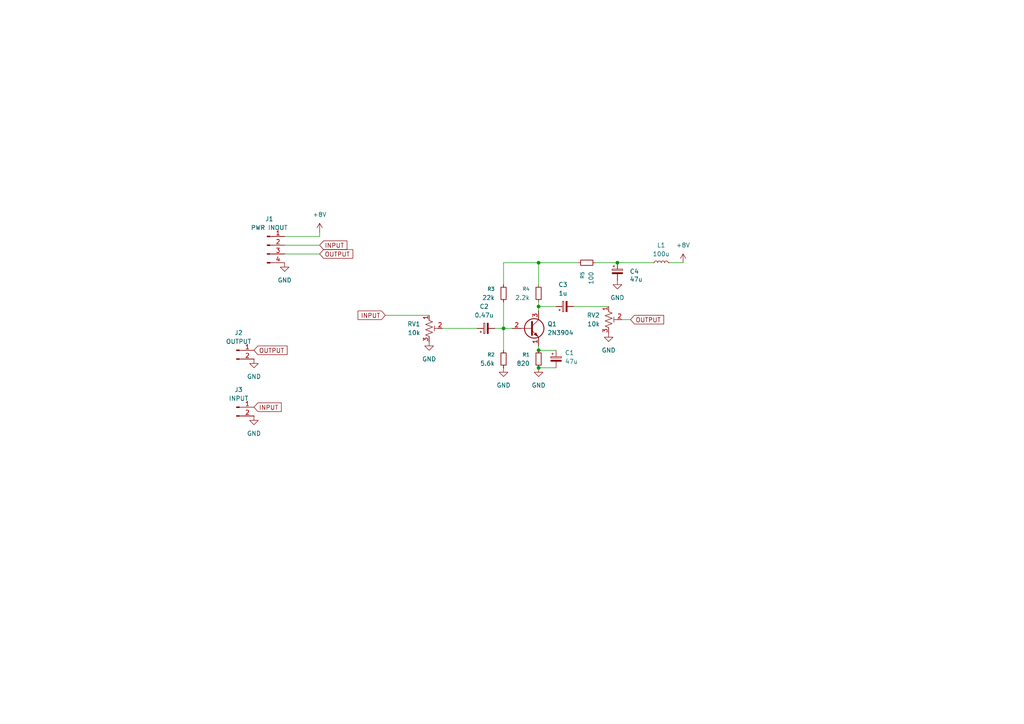
<source format=kicad_sch>
(kicad_sch (version 20250114) (generator "eeschema") (generator_version "9.0")
  (paper "A4")
  (lib_symbols
    (symbol "Connector:Conn_01x02_Pin" (pin_names (offset 1.016) (hide yes))
      (property "Reference" "J" (at 0 2.54 0))
      (property "Value" "Conn_01x02_Pin" (at 0 -5.08 0))
      (symbol "Conn_01x02_Pin_1_1"
        (rectangle (start 0.8636 0.127) (end 0 -0.127) (stroke (width 0.1524)) (fill (type outline)))
        (rectangle (start 0.8636 -2.413) (end 0 -2.667) (stroke (width 0.1524)) (fill (type outline)))
        (polyline (pts (xy 1.27 0) (xy 0.8636 0)) (stroke (width 0.1524)))
        (polyline (pts (xy 1.27 -2.54) (xy 0.8636 -2.54)) (stroke (width 0.1524)))
        (pin passive line (at 5.08 0 180) (length 3.81) (name "Pin_1") (number "1"))
        (pin passive line (at 5.08 -2.54 180) (length 3.81) (name "Pin_2") (number "2"))
      )
    )
    (symbol "Connector:Conn_01x04_Pin" (pin_names (offset 1.016) (hide yes))
      (property "Reference" "J" (at 0 5.08 0))
      (property "Value" "Conn_01x04_Pin" (at 0 -7.62 0))
      (symbol "Conn_01x04_Pin_1_1"
        (rectangle (start 0.8636 2.667) (end 0 2.413) (stroke (width 0.1524)) (fill (type outline)))
        (rectangle (start 0.8636 0.127) (end 0 -0.127) (stroke (width 0.1524)) (fill (type outline)))
        (rectangle (start 0.8636 -2.413) (end 0 -2.667) (stroke (width 0.1524)) (fill (type outline)))
        (rectangle (start 0.8636 -4.953) (end 0 -5.207) (stroke (width 0.1524)) (fill (type outline)))
        (polyline (pts (xy 1.27 2.54) (xy 0.8636 2.54)) (stroke (width 0.1524)))
        (polyline (pts (xy 1.27 0) (xy 0.8636 0)) (stroke (width 0.1524)))
        (polyline (pts (xy 1.27 -2.54) (xy 0.8636 -2.54)) (stroke (width 0.1524)))
        (polyline (pts (xy 1.27 -5.08) (xy 0.8636 -5.08)) (stroke (width 0.1524)))
        (pin passive line (at 5.08 2.54 180) (length 3.81) (name "Pin_1") (number "1"))
        (pin passive line (at 5.08 0 180) (length 3.81) (name "Pin_2") (number "2"))
        (pin passive line (at 5.08 -2.54 180) (length 3.81) (name "Pin_3") (number "3"))
        (pin passive line (at 5.08 -5.08 180) (length 3.81) (name "Pin_4") (number "4"))
      )
    )
    (symbol "Device:C_Polarized_Small" (pin_numbers (hide yes)) (pin_names (offset 0.254) (hide yes))
      (property "Reference" "C" (at 0.254 1.778 0))
      (property "Value" "C_Polarized_Small" (at 0.254 -2.032 0))
      (symbol "C_Polarized_Small_0_1"
        (rectangle (start -1.524 0.6858) (end 1.524 0.3048))
        (rectangle (start -1.524 -0.3048) (end 1.524 -0.6858) (fill (type outline)))
        (polyline (pts (xy -1.27 1.524) (xy -0.762 1.524)))
        (polyline (pts (xy -1.016 1.27) (xy -1.016 1.778)))
      )
      (symbol "C_Polarized_Small_1_1"
        (pin passive line (at 0 2.54 270) (length 1.8542) (name "~") (number "1"))
        (pin passive line (at 0 -2.54 90) (length 1.8542) (name "~") (number "2"))
      )
    )
    (symbol "Device:L_Small" (pin_numbers (hide yes)) (pin_names (offset 0.254) (hide yes))
      (property "Reference" "L" (at 0.762 1.016 0))
      (property "Value" "L_Small" (at 0.762 -1.016 0))
      (symbol "L_Small_0_1"
        (arc (start 0 2.032) (mid 0.5058 1.524) (end 0 1.016))
        (arc (start 0 1.016) (mid 0.5058 0.508) (end 0 0))
        (arc (start 0 0) (mid 0.5058 -0.508) (end 0 -1.016))
        (arc (start 0 -1.016) (mid 0.5058 -1.524) (end 0 -2.032))
      )
      (symbol "L_Small_1_1"
        (pin passive line (at 0 2.54 270) (length 0.508) (name "~") (number "1"))
        (pin passive line (at 0 -2.54 90) (length 0.508) (name "~") (number "2"))
      )
    )
    (symbol "Device:R_Potentiometer_Trim_US" (pin_names (offset 1.016) (hide yes))
      (property "Reference" "RV" (at -4.445 0 90))
      (property "Value" "R_Potentiometer_Trim_US" (at -2.54 0 90))
      (symbol "R_Potentiometer_Trim_US_0_1"
        (polyline (pts (xy 0 2.286) (xy 0 2.54)))
        (polyline (pts (xy 0 2.286) (xy 1.016 1.905) (xy 0 1.524) (xy -1.016 1.143) (xy 0 0.762)))
        (polyline (pts (xy 0 0.762) (xy 1.016 0.381) (xy 0 0) (xy -1.016 -0.381) (xy 0 -0.762)))
        (polyline (pts (xy 0 -0.762) (xy 1.016 -1.143) (xy 0 -1.524) (xy -1.016 -1.905) (xy 0 -2.286)))
        (polyline (pts (xy 0 -2.286) (xy 0 -2.54)))
        (polyline (pts (xy 1.524 0.762) (xy 1.524 -0.762)))
        (polyline (pts (xy 2.54 0) (xy 1.524 0)))
      )
      (symbol "R_Potentiometer_Trim_US_1_1"
        (pin passive line (at 0 3.81 270) (length 1.27) (name "1") (number "1"))
        (pin passive line (at 0 -3.81 90) (length 1.27) (name "3") (number "3"))
        (pin passive line (at 3.81 0 180) (length 1.27) (name "2") (number "2"))
      )
    )
    (symbol "Device:R_Small" (pin_numbers (hide yes)) (pin_names (offset 0.254) (hide yes))
      (property "Reference" "R" (at 0 0 90))
      (property "Value" "R_Small" (at 1.778 0 90))
      (symbol "R_Small_0_1"
        (rectangle (start -0.762 1.778) (end 0.762 -1.778) (stroke (width 0.2032)))
      )
      (symbol "R_Small_1_1"
        (pin passive line (at 0 2.54 270) (length 0.762) (name "~") (number "1"))
        (pin passive line (at 0 -2.54 90) (length 0.762) (name "~") (number "2"))
      )
    )
    (symbol "Transistor_BJT:2N3904" (pin_names (offset 0) (hide yes))
      (property "Reference" "Q" (at 5.08 1.905 0))
      (property "Value" "2N3904" (at 5.08 0 0))
      (symbol "2N3904_0_1"
        (polyline (pts (xy -2.54 0) (xy 0.635 0)))
        (polyline (pts (xy 0.635 1.905) (xy 0.635 -1.905)) (stroke (width 0.508)))
        (circle (center 1.27 0) (radius 2.8194) (stroke (width 0.254)))
      )
      (symbol "2N3904_1_1"
        (polyline (pts (xy 0.635 0.635) (xy 2.54 2.54)))
        (polyline (pts (xy 0.635 -0.635) (xy 2.54 -2.54)))
        (polyline (pts (xy 1.27 -1.778) (xy 1.778 -1.27) (xy 2.286 -2.286) (xy 1.27 -1.778)) (fill (type outline)))
        (pin input line (at -5.08 0 0) (length 2.54) (name "B") (number "2"))
        (pin passive line (at 2.54 5.08 270) (length 2.54) (name "C") (number "3"))
        (pin passive line (at 2.54 -5.08 90) (length 2.54) (name "E") (number "1"))
      )
    )
    (symbol "power:+8V" (power) (pin_numbers (hide yes)) (pin_names (offset 0) (hide yes))
      (property "Value" "+8V" (at 0 3.556 0))
      (symbol "+8V_0_1"
        (polyline (pts (xy -0.762 1.27) (xy 0 2.54)))
        (polyline (pts (xy 0 2.54) (xy 0.762 1.27)))
        (polyline (pts (xy 0 0) (xy 0 2.54)))
      )
      (symbol "+8V_1_1"
        (pin power_in line (at 0 0 90) (length 0) (name "~") (number "1"))
      )
    )
    (symbol "power:GND" (power) (pin_numbers (hide yes)) (pin_names (offset 0) (hide yes))
      (property "Value" "GND" (at 0 -3.81 0))
      (symbol "GND_0_1"
        (polyline (pts (xy 0 0) (xy 0 -1.27) (xy 1.27 -1.27) (xy 0 -2.54) (xy -1.27 -1.27) (xy 0 -1.27)))
      )
      (symbol "GND_1_1"
        (pin power_in line (at 0 0 270) (length 0) (name "~") (number "1"))
      )
    )
  )
  (junction (at 156.21 88.9))
  (junction (at 156.21 106.68))
  (junction (at 156.21 76.2))
  (junction (at 179.07 76.2))
  (junction (at 146.05 95.25))
  (junction (at 156.21 101.6))
  (wire (pts (xy 156.21 88.9) (xy 161.29 88.9)))
  (wire (pts (xy 146.05 82.55) (xy 146.05 76.2)))
  (wire (pts (xy 82.55 68.58) (xy 92.71 68.58)))
  (wire (pts (xy 194.31 76.2) (xy 198.12 76.2)))
  (wire (pts (xy 82.55 73.66) (xy 92.71 73.66)))
  (wire (pts (xy 92.71 67.31) (xy 92.71 68.58)))
  (wire (pts (xy 146.05 95.25) (xy 146.05 101.6)))
  (wire (pts (xy 156.21 76.2) (xy 156.21 82.55)))
  (wire (pts (xy 111.76 91.44) (xy 124.46 91.44)))
  (wire (pts (xy 156.21 106.68) (xy 161.29 106.68)))
  (wire (pts (xy 156.21 76.2) (xy 167.64 76.2)))
  (wire (pts (xy 156.21 87.63) (xy 156.21 88.9)))
  (wire (pts (xy 146.05 95.25) (xy 148.59 95.25)))
  (wire (pts (xy 82.55 71.12) (xy 92.71 71.12)))
  (wire (pts (xy 143.51 95.25) (xy 146.05 95.25)))
  (wire (pts (xy 156.21 101.6) (xy 161.29 101.6)))
  (wire (pts (xy 146.05 87.63) (xy 146.05 95.25)))
  (wire (pts (xy 156.21 88.9) (xy 156.21 90.17)))
  (wire (pts (xy 146.05 76.2) (xy 156.21 76.2)))
  (wire (pts (xy 156.21 100.33) (xy 156.21 101.6)))
  (wire (pts (xy 180.34 92.71) (xy 182.88 92.71)))
  (wire (pts (xy 128.27 95.25) (xy 138.43 95.25)))
  (wire (pts (xy 179.07 76.2) (xy 189.23 76.2)))
  (wire (pts (xy 166.37 88.9) (xy 176.53 88.9)))
  (wire (pts (xy 172.72 76.2) (xy 179.07 76.2)))
  (global_label "INPUT" (shape input) (at 92.71 71.12 0) (property "Intersheetrefs" "${INTERSHEET_REFS}" (effects (hide yes))))
  (global_label "OUTPUT" (shape input) (at 73.66 101.6 0) (property "Intersheetrefs" "${INTERSHEET_REFS}" (effects (hide yes))))
  (global_label "INPUT" (shape input) (at 111.76 91.44 180) (property "Intersheetrefs" "${INTERSHEET_REFS}" (effects (hide yes))))
  (global_label "INPUT" (shape input) (at 73.66 118.11 0) (property "Intersheetrefs" "${INTERSHEET_REFS}" (effects (hide yes))))
  (global_label "OUTPUT" (shape input) (at 92.71 73.66 0) (property "Intersheetrefs" "${INTERSHEET_REFS}" (effects (hide yes))))
  (global_label "OUTPUT" (shape input) (at 182.88 92.71 0) (property "Intersheetrefs" "${INTERSHEET_REFS}" (effects (hide yes))))
  (symbol (lib_id "Connector:Conn_01x04_Pin") (at 77.47 71.12 0) (unit 1)
    (property "Reference" "J1" (at 78.105 63.5 0))
    (property "Value" "PWR INOUT" (at 78.105 66.04 0))
    (property "Footprint" "Connector_PinHeader_2.54mm:PinHeader_1x04_P2.54mm_Vertical" (effects (hide yes)))
    (property "Description" "Generic connector, single row, 01x04, script generated" (effects (hide yes)))
  )
  (symbol (lib_id "Device:L_Small") (at 191.77 76.2 90) (unit 1)
    (property "Reference" "L1" (at 191.77 71.12 90))
    (property "Value" "100u" (at 191.77 73.66 90))
    (property "Footprint" "Inductor_THT:L_Axial_L5.3mm_D2.2mm_P7.62mm_Horizontal_Vishay_IM-1" (effects (hide yes)))
    (property "Description" "Inductor, small symbol" (effects (hide yes)))
  )
  (symbol (lib_id "power:GND") (at 179.07 81.28 0) (unit 1)
    (property "Reference" "#PWR02" (effects (hide yes)))
    (property "Value" "GND" (at 179.07 86.36 0))
    (property "Description" "Power symbol creates a global label with name \"GND\" , ground" (effects (hide yes)))
  )
  (symbol (lib_id "Device:R_Small") (at 146.05 104.14 0) (mirror y) (unit 1)
    (property "Reference" "R2" (at 143.51 102.8699 0) (effects (font (size 1.016 1.016)) (justify left)))
    (property "Value" "5.6k" (at 143.51 105.4099 0) (effects (justify left)))
    (property "Footprint" "Resistor_THT:R_Axial_DIN0204_L3.6mm_D1.6mm_P5.08mm_Horizontal" (effects (hide yes)))
    (property "Description" "Resistor, small symbol" (effects (hide yes)))
  )
  (symbol (lib_id "power:GND") (at 124.46 99.06 0) (unit 1)
    (property "Reference" "#PWR05" (effects (hide yes)))
    (property "Value" "GND" (at 124.46 104.14 0))
    (property "Description" "Power symbol creates a global label with name \"GND\" , ground" (effects (hide yes)))
  )
  (symbol (lib_id "power:GND") (at 156.21 106.68 0) (unit 1)
    (property "Reference" "#PWR08" (effects (hide yes)))
    (property "Value" "GND" (at 156.21 111.76 0))
    (property "Description" "Power symbol creates a global label with name \"GND\" , ground" (effects (hide yes)))
  )
  (symbol (lib_id "power:GND") (at 82.55 76.2 0) (unit 1)
    (property "Reference" "#PWR01" (effects (hide yes)))
    (property "Value" "GND" (at 82.55 81.28 0))
    (property "Description" "Power symbol creates a global label with name \"GND\" , ground" (effects (hide yes)))
  )
  (symbol (lib_id "power:GND") (at 73.66 120.65 0) (unit 1)
    (property "Reference" "#PWR04" (effects (hide yes)))
    (property "Value" "GND" (at 73.66 125.73 0))
    (property "Description" "Power symbol creates a global label with name \"GND\" , ground" (effects (hide yes)))
  )
  (symbol (lib_id "Device:R_Small") (at 156.21 85.09 0) (mirror y) (unit 1)
    (property "Reference" "R4" (at 153.67 83.8199 0) (effects (font (size 1.016 1.016)) (justify left)))
    (property "Value" "2.2k" (at 153.67 86.3599 0) (effects (justify left)))
    (property "Footprint" "Resistor_THT:R_Axial_DIN0204_L3.6mm_D1.6mm_P5.08mm_Horizontal" (effects (hide yes)))
    (property "Description" "Resistor, small symbol" (effects (hide yes)))
  )
  (symbol (lib_id "Transistor_BJT:2N3904") (at 153.67 95.25 0) (unit 1)
    (property "Reference" "Q1" (at 158.75 93.9799 0) (effects (justify left)))
    (property "Value" "2N3904" (at 158.75 96.5199 0) (effects (justify left)))
    (property "Footprint" "Package_TO_SOT_THT:TO-92_Inline" (effects (hide yes)))
    (property "Datasheet" "https://www.onsemi.com/pub/Collateral/2N3903-D.PDF" (effects (hide yes)))
    (property "Description" "0.2A Ic, 40V Vce, Small Signal NPN Transistor, TO-92" (effects (hide yes)))
  )
  (symbol (lib_id "Device:R_Small") (at 146.05 85.09 0) (mirror y) (unit 1)
    (property "Reference" "R3" (at 143.51 83.8199 0) (effects (font (size 1.016 1.016)) (justify left)))
    (property "Value" "22k" (at 143.51 86.3599 0) (effects (justify left)))
    (property "Footprint" "Resistor_THT:R_Axial_DIN0204_L3.6mm_D1.6mm_P5.08mm_Horizontal" (effects (hide yes)))
    (property "Description" "Resistor, small symbol" (effects (hide yes)))
  )
  (symbol (lib_id "power:+8V") (at 198.12 76.2 0) (unit 1)
    (property "Reference" "#PWR010" (effects (hide yes)))
    (property "Value" "+8V" (at 198.12 71.12 0))
    (property "Description" "Power symbol creates a global label with name \"+8V\"" (effects (hide yes)))
  )
  (symbol (lib_id "Device:C_Polarized_Small") (at 161.29 104.14 0) (unit 1)
    (property "Reference" "C1" (at 163.83 102.3238 0) (effects (justify left)))
    (property "Value" "47u" (at 163.83 104.8638 0) (effects (justify left)))
    (property "Footprint" "Capacitor_THT:CP_Radial_D6.3mm_P2.50mm" (effects (hide yes)))
    (property "Description" "Polarized capacitor, small symbol" (effects (hide yes)))
  )
  (symbol (lib_id "Device:R_Small") (at 156.21 104.14 0) (mirror y) (unit 1)
    (property "Reference" "R1" (at 153.67 102.8699 0) (effects (font (size 1.016 1.016)) (justify left)))
    (property "Value" "820" (at 153.67 105.4099 0) (effects (justify left)))
    (property "Footprint" "Resistor_THT:R_Axial_DIN0204_L3.6mm_D1.6mm_P5.08mm_Horizontal" (effects (hide yes)))
    (property "Description" "Resistor, small symbol" (effects (hide yes)))
  )
  (symbol (lib_id "power:GND") (at 146.05 106.68 0) (unit 1)
    (property "Reference" "#PWR07" (effects (hide yes)))
    (property "Value" "GND" (at 146.05 111.76 0))
    (property "Description" "Power symbol creates a global label with name \"GND\" , ground" (effects (hide yes)))
  )
  (symbol (lib_id "power:GND") (at 73.66 104.14 0) (unit 1)
    (property "Reference" "#PWR03" (effects (hide yes)))
    (property "Value" "GND" (at 73.66 109.22 0))
    (property "Description" "Power symbol creates a global label with name \"GND\" , ground" (effects (hide yes)))
  )
  (symbol (lib_id "power:+8V") (at 92.71 67.31 0) (unit 1)
    (property "Reference" "#PWR09" (effects (hide yes)))
    (property "Value" "+8V" (at 92.71 62.23 0))
    (property "Description" "Power symbol creates a global label with name \"+8V\"" (effects (hide yes)))
  )
  (symbol (lib_id "Device:C_Polarized_Small") (at 140.97 95.25 90) (unit 1)
    (property "Reference" "C2" (at 140.4239 88.9 90))
    (property "Value" "0.47u" (at 140.4239 91.44 90))
    (property "Footprint" "Capacitor_THT:CP_Radial_D6.3mm_P2.50mm" (effects (hide yes)))
    (property "Description" "Polarized capacitor, small symbol" (effects (hide yes)))
  )
  (symbol (lib_id "Device:R_Small") (at 170.18 76.2 90) (mirror x) (unit 1)
    (property "Reference" "R5" (at 168.9099 78.74 0) (effects (font (size 1.016 1.016)) (justify left)))
    (property "Value" "100" (at 171.4499 78.74 0) (effects (justify left)))
    (property "Footprint" "Resistor_THT:R_Axial_DIN0207_L6.3mm_D2.5mm_P7.62mm_Horizontal" (effects (hide yes)))
    (property "Description" "Resistor, small symbol" (effects (hide yes)))
  )
  (symbol (lib_id "Device:R_Potentiometer_Trim_US") (at 176.53 92.71 0) (unit 1)
    (property "Reference" "RV2" (at 173.99 91.4399 0) (effects (justify right)))
    (property "Value" "10k" (at 173.99 93.9799 0) (effects (justify right)))
    (property "Footprint" "Potentiometer_THT:Potentiometer_Piher_PT-10-V05_Vertical" (effects (hide yes)))
    (property "Description" "Trim-potentiometer, US symbol" (effects (hide yes)))
  )
  (symbol (lib_id "Connector:Conn_01x02_Pin") (at 68.58 101.6 0) (unit 1)
    (property "Reference" "J2" (at 69.215 96.52 0))
    (property "Value" "OUTPUT" (at 69.215 99.06 0))
    (property "Footprint" "Connector_PinHeader_2.54mm:PinHeader_1x02_P2.54mm_Vertical" (effects (hide yes)))
    (property "Description" "Generic connector, single row, 01x02, script generated" (effects (hide yes)))
  )
  (symbol (lib_id "power:GND") (at 176.53 96.52 0) (mirror y) (unit 1)
    (property "Reference" "#PWR06" (effects (hide yes)))
    (property "Value" "GND" (at 176.53 101.6 0))
    (property "Description" "Power symbol creates a global label with name \"GND\" , ground" (effects (hide yes)))
  )
  (symbol (lib_id "Device:C_Polarized_Small") (at 163.83 88.9 90) (unit 1)
    (property "Reference" "C3" (at 163.2839 82.55 90))
    (property "Value" "1u" (at 163.2839 85.09 90))
    (property "Footprint" "Capacitor_THT:CP_Radial_D6.3mm_P2.50mm" (effects (hide yes)))
    (property "Description" "Polarized capacitor, small symbol" (effects (hide yes)))
  )
  (symbol (lib_id "Device:R_Potentiometer_Trim_US") (at 124.46 95.25 0) (unit 1)
    (property "Reference" "RV1" (at 121.92 93.9799 0) (effects (justify right)))
    (property "Value" "10k" (at 121.92 96.5199 0) (effects (justify right)))
    (property "Footprint" "Potentiometer_THT:Potentiometer_Piher_PT-10-V05_Vertical" (effects (hide yes)))
    (property "Description" "Trim-potentiometer, US symbol" (effects (hide yes)))
  )
  (symbol (lib_id "Device:C_Polarized_Small") (at 179.07 78.74 0) (unit 1)
    (property "Reference" "C4" (at 182.626 78.74 0) (effects (justify left)))
    (property "Value" "47u" (at 182.626 81.026 0) (effects (justify left)))
    (property "Footprint" "Capacitor_THT:CP_Radial_D6.3mm_P2.50mm" (effects (hide yes)))
    (property "Description" "Polarized capacitor, small symbol" (effects (hide yes)))
  )
  (symbol (lib_id "Connector:Conn_01x02_Pin") (at 68.58 118.11 0) (unit 1)
    (property "Reference" "J3" (at 69.215 113.03 0))
    (property "Value" "INPUT" (at 69.215 115.57 0))
    (property "Footprint" "Connector_PinHeader_2.54mm:PinHeader_1x02_P2.54mm_Vertical" (effects (hide yes)))
    (property "Description" "Generic connector, single row, 01x02, script generated" (effects (hide yes)))
  )
)
</source>
